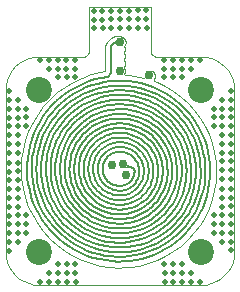
<source format=gbr>
G04 EAGLE Gerber RS-274X export*
G75*
%MOMM*%
%FSLAX34Y34*%
%LPD*%
%INCopper Layer 14*%
%IPPOS*%
%AMOC8*
5,1,8,0,0,1.08239X$1,22.5*%
G01*
%ADD10C,2.199994*%
%ADD11C,0.500000*%
%ADD12C,0.000000*%
%ADD13C,0.200000*%
%ADD14C,0.152400*%
%ADD15C,0.756400*%


D10*
X137128Y137128D03*
X137128Y0D03*
X0Y0D03*
X0Y137128D03*
D11*
X53858Y189187D03*
X46406Y189128D03*
X61310Y189247D03*
X61191Y204151D03*
X61251Y196699D03*
X46287Y204032D03*
X46346Y196580D03*
X53798Y196639D03*
X53739Y204092D03*
X68762Y189307D03*
X68702Y196759D03*
X76155Y196818D03*
X76214Y189366D03*
X76095Y204270D03*
X68643Y204211D03*
X83666Y189426D03*
X83607Y196878D03*
X91059Y196938D03*
X91118Y189486D03*
X90999Y204390D03*
X83547Y204330D03*
X113622Y162586D03*
X106172Y162586D03*
X106234Y155194D03*
X106295Y147801D03*
X113745Y147801D03*
X121195Y147801D03*
X113684Y155194D03*
X121072Y162586D03*
X121134Y155194D03*
X128584Y155194D03*
X128522Y162586D03*
X135972Y162586D03*
X15932Y147801D03*
X908Y162586D03*
X8420Y155194D03*
X23381Y147801D03*
X30832Y147801D03*
X23320Y155194D03*
X15870Y155194D03*
X15808Y162586D03*
X8358Y162586D03*
X23258Y162586D03*
X30708Y162586D03*
X30770Y155194D03*
X-10672Y15932D03*
X-25457Y908D03*
X-18065Y8420D03*
X-10672Y23381D03*
X-10672Y30832D03*
X-18065Y23320D03*
X-18065Y15870D03*
X-25457Y15808D03*
X-25457Y8358D03*
X-25457Y23258D03*
X-25457Y30708D03*
X-18065Y30770D03*
X-18065Y38220D03*
X-25457Y38158D03*
X-25457Y45608D03*
X-18065Y45670D03*
X-18065Y53120D03*
X-25457Y53058D03*
X-25457Y60508D03*
X-18065Y60570D03*
X-18065Y68020D03*
X-25457Y67958D03*
X-25457Y75408D03*
X-18065Y75470D03*
X-25457Y135972D03*
X-25457Y128522D03*
X-18065Y128584D03*
X-18065Y121134D03*
X-25457Y121072D03*
X-18065Y113684D03*
X-10672Y121195D03*
X-10672Y113745D03*
X-10672Y106295D03*
X-18065Y106234D03*
X-25457Y106172D03*
X-25457Y98722D03*
X-18065Y98784D03*
X-18065Y91334D03*
X-25457Y91272D03*
X-25457Y83822D03*
X-18065Y83884D03*
X-25457Y113622D03*
X147801Y121195D03*
X162586Y136219D03*
X155194Y128707D03*
X147801Y113745D03*
X147801Y106295D03*
X155194Y113807D03*
X155194Y121257D03*
X162586Y121319D03*
X162586Y128769D03*
X162586Y113869D03*
X162586Y106419D03*
X155194Y106357D03*
X155194Y98907D03*
X162586Y98969D03*
X162586Y91519D03*
X155194Y91457D03*
X155194Y84007D03*
X162586Y84069D03*
X162586Y76619D03*
X155194Y76557D03*
X155194Y69107D03*
X162586Y69169D03*
X162586Y61719D03*
X155194Y61657D03*
X162586Y1155D03*
X162586Y8605D03*
X155194Y8543D03*
X155194Y15993D03*
X162586Y16055D03*
X155194Y23443D03*
X147801Y15932D03*
X147801Y23381D03*
X147801Y30832D03*
X155194Y30893D03*
X162586Y30955D03*
X162586Y38405D03*
X155194Y38343D03*
X155194Y45793D03*
X162586Y45855D03*
X162586Y53305D03*
X155194Y53243D03*
X162586Y23505D03*
X23505Y-25457D03*
X30955Y-25457D03*
X30893Y-18065D03*
X30832Y-10672D03*
X23381Y-10672D03*
X15932Y-10672D03*
X23443Y-18065D03*
X16055Y-25457D03*
X15993Y-18065D03*
X8543Y-18065D03*
X8605Y-25457D03*
X1155Y-25457D03*
X106357Y-18065D03*
X106419Y-25457D03*
X113869Y-25457D03*
X128769Y-25457D03*
X121319Y-25457D03*
X121257Y-18065D03*
X113807Y-18065D03*
X106295Y-10672D03*
X113745Y-10672D03*
X128707Y-18065D03*
X136219Y-25457D03*
X121195Y-10672D03*
D12*
X95258Y167785D02*
X94944Y169365D01*
X95258Y167785D02*
X96153Y166445D01*
X97493Y165550D01*
X99073Y165236D01*
X137128Y165236D01*
X137269Y165264D01*
X141531Y164928D01*
X145826Y163897D01*
X149906Y162207D01*
X153672Y159899D01*
X157031Y157031D01*
X159899Y153672D01*
X162207Y149906D01*
X163897Y145826D01*
X164928Y141531D01*
X165264Y137269D01*
X165236Y137128D01*
X165236Y0D01*
X165264Y-140D01*
X164928Y-4402D01*
X163897Y-8697D01*
X162207Y-12778D01*
X159899Y-16543D01*
X157031Y-19902D01*
X153672Y-22770D01*
X149906Y-25078D01*
X145826Y-26768D01*
X141531Y-27800D01*
X137269Y-28135D01*
X137128Y-28107D01*
X0Y-28107D01*
X-140Y-28135D01*
X-4402Y-27800D01*
X-8697Y-26768D01*
X-12778Y-25078D01*
X-16543Y-22770D01*
X-19902Y-19902D01*
X-22770Y-16543D01*
X-25078Y-12778D01*
X-26768Y-8697D01*
X-27800Y-4402D01*
X-28135Y-140D01*
X-28107Y0D01*
X-28107Y137128D01*
X-28135Y137269D01*
X-27800Y141531D01*
X-26768Y145826D01*
X-25078Y149906D01*
X-22770Y153672D01*
X-19902Y157031D01*
X-16543Y159899D01*
X-12778Y162207D01*
X-8697Y163897D01*
X-4402Y164928D01*
X-140Y165264D01*
X0Y165236D01*
X38054Y165236D01*
X39634Y165550D01*
X40974Y166445D01*
X41869Y167785D01*
X42183Y169365D01*
X42183Y207250D01*
X94944Y207250D01*
X94944Y169365D01*
X68563Y182533D02*
X64273Y182533D01*
X62322Y182145D01*
X60668Y181040D01*
X57595Y177967D01*
X56490Y176313D01*
X56102Y174362D01*
X56102Y153239D01*
X55668Y152805D01*
X52044Y152268D01*
X44085Y150274D01*
X36361Y147510D01*
X28944Y144003D01*
X21907Y139785D01*
X15318Y134898D01*
X9239Y129388D01*
X3729Y123309D01*
X-1156Y116719D01*
X-5374Y109683D01*
X-8882Y102266D01*
X-11645Y94541D01*
X-13639Y86583D01*
X91412Y152816D02*
X93066Y153501D01*
X89461Y149896D02*
X89461Y148336D01*
X88544Y147255D01*
X84352Y148305D01*
X76431Y149480D01*
X72378Y150886D02*
X73063Y152540D01*
X73063Y154331D01*
X71927Y162435D02*
X72378Y162886D01*
X71927Y168435D02*
X72378Y168886D01*
X73063Y170540D01*
X73063Y172331D01*
X72378Y173984D01*
X72314Y174049D01*
X73273Y175484D01*
X73661Y177435D01*
X73273Y179386D01*
X72168Y181040D01*
X70514Y182145D01*
X68563Y182533D01*
X66626Y175828D02*
X66778Y175685D01*
X66626Y175828D02*
X66463Y175955D01*
X66289Y176068D01*
X66104Y176165D01*
X65909Y176248D01*
X65703Y176315D01*
X65486Y176368D01*
X65259Y176405D01*
X65021Y176428D01*
X64772Y176435D01*
X64772Y178435D01*
X65021Y178443D01*
X65259Y178465D01*
X65486Y178503D01*
X65703Y178555D01*
X65909Y178623D01*
X66104Y178705D01*
X66289Y178803D01*
X66463Y178915D02*
X66626Y179043D01*
X66778Y179185D01*
X66778Y175685D01*
D13*
X80902Y68947D02*
X80924Y68735D01*
X80902Y68947D02*
X80865Y69155D01*
X80814Y69361D01*
X80748Y69563D01*
X80669Y69760D01*
X80575Y69951D01*
X80469Y70134D01*
X80351Y70310D01*
X80220Y70477D01*
X80078Y70635D01*
X79925Y70782D01*
X79763Y70919D01*
X79591Y71044D01*
X79411Y71156D01*
X79224Y71256D01*
X79030Y71342D01*
X78831Y71415D01*
X78627Y71473D01*
X78419Y71517D01*
X78209Y71547D01*
X77998Y71561D01*
X77890Y71563D01*
X70241Y51874D02*
X69092Y51788D01*
X70241Y51874D02*
X71381Y52041D01*
X72506Y52286D01*
X73611Y52609D01*
X74692Y53008D01*
X75741Y53482D01*
X76756Y54028D01*
X77729Y54643D01*
X78657Y55325D01*
X79536Y56069D01*
X80360Y56873D01*
X81127Y57733D01*
X81831Y58644D01*
X82470Y59602D01*
X84887Y69509D02*
X84761Y70654D01*
X84555Y71787D01*
X84271Y72903D01*
X83910Y73997D01*
X83473Y75063D01*
X82963Y76095D01*
X82382Y77090D01*
X81733Y78041D01*
X81020Y78945D01*
X80245Y79797D01*
X79412Y80593D01*
X78526Y81329D01*
X77591Y82001D01*
X76611Y82606D01*
X75592Y83142D01*
X74537Y83605D01*
X73453Y83993D01*
X72344Y84305D01*
X71217Y84539D01*
X70075Y84694D01*
X68926Y84768D01*
X67775Y84762D01*
X66328Y88663D02*
X65050Y88477D01*
X60161Y86861D02*
X59024Y86249D01*
X57932Y85559D01*
X56891Y84795D01*
X55906Y83960D01*
X54982Y83058D01*
X54123Y82094D01*
X53333Y81072D01*
X52616Y79998D01*
X51976Y78877D01*
X51416Y77713D01*
X54243Y58312D02*
X55112Y57356D01*
X56045Y56464D01*
X57039Y55639D01*
X58087Y54885D01*
X59186Y54207D02*
X60329Y53606D01*
X61511Y53087D02*
X62727Y52651D01*
X63970Y52302D01*
X65234Y52040D01*
X66513Y51866D01*
X67802Y51783D01*
X69092Y51788D01*
X76812Y-7763D02*
X82096Y-6993D01*
X87313Y-5857D01*
X92438Y-4359D01*
X97447Y-2508D01*
X102314Y-312D01*
X107016Y2217D01*
X111530Y5070D01*
X115834Y8230D01*
X119907Y11683D01*
X123729Y15411D01*
X127282Y19397D01*
X130548Y23622D01*
X133512Y28063D01*
X86327Y-1980D02*
X81382Y-3057D01*
X86327Y-1980D02*
X91184Y-561D01*
X95930Y1192D01*
X100543Y3274D01*
X104999Y5672D01*
X109277Y8375D01*
X113356Y11370D01*
X117216Y14642D01*
X120838Y18176D01*
X124206Y21954D01*
X127301Y25957D01*
X130109Y30166D01*
X132617Y34562D01*
X134813Y39121D01*
X136685Y43822D01*
X138225Y48643D01*
X139424Y53559D01*
X140278Y58547D01*
X140781Y63582D01*
X140932Y68640D01*
X140730Y73697D01*
X140176Y78727D01*
X139272Y83706D01*
X138023Y88610D01*
X136435Y93415D01*
X134516Y98097D01*
X132275Y102634D01*
X129722Y107004D01*
X126872Y111184D01*
X123736Y115156D01*
X120331Y118900D01*
X116673Y122397D01*
X112781Y125630D01*
X108672Y128584D01*
X104367Y131244D01*
X99887Y133597D01*
X95254Y135632D01*
X90490Y137339D01*
X85618Y138709D01*
X80663Y139736D01*
X75649Y140415D01*
X70599Y140743D01*
X65539Y140717D01*
X58184Y148112D02*
X52779Y147213D01*
X47450Y145940D01*
X42223Y144297D02*
X37123Y142294D01*
X32175Y139940D01*
X27404Y137247D01*
X22832Y134227D01*
X18481Y130896D01*
X14374Y127269D01*
X10530Y123365D01*
X6967Y119202D01*
X3703Y114801D01*
X755Y110183D01*
X-1863Y105370D01*
X-4140Y100386D01*
X-7Y31686D02*
X2850Y27011D01*
X6027Y22547D01*
X9508Y18316D01*
X13276Y14338D01*
X17312Y10632D01*
X36832Y124243D02*
X40673Y126310D01*
X36832Y124243D02*
X33144Y121913D01*
X29628Y119331D01*
X26300Y116510D01*
X15185Y103128D02*
X13023Y99339D01*
X11130Y95408D01*
X9516Y91355D01*
X8189Y87199D01*
X7155Y82961D01*
X6419Y78662D01*
X5985Y74321D01*
X5854Y69960D01*
X6028Y65601D01*
X6506Y61265D01*
X7285Y56973D01*
X8362Y52745D01*
X9731Y48603D01*
X11385Y44567D01*
X13317Y40656D01*
X15518Y36889D01*
X17975Y33284D01*
X20678Y29860D01*
X23613Y26633D01*
X26767Y23618D01*
X30123Y20831D01*
X33665Y18285D01*
X37376Y15992D01*
X41238Y13963D01*
X45232Y12209D01*
X49339Y10737D01*
X53538Y9556D01*
X57810Y8670D01*
X62133Y8085D01*
X66486Y7802D01*
X70848Y7824D01*
X70849Y7823D01*
X71168Y-168D02*
X75936Y188D01*
X80667Y877D01*
X85339Y1895D01*
X89928Y3236D02*
X94413Y4894D01*
X98771Y6860D01*
X102981Y9126D01*
X107023Y11680D01*
X110877Y14510D01*
X114524Y17601D01*
X117947Y20940D01*
X121128Y24509D01*
X124053Y28292D01*
X126706Y32269D01*
X129076Y36422D01*
X131150Y40729D01*
X132919Y45171D01*
X134374Y49726D01*
X135507Y54371D01*
X136313Y59083D01*
X136789Y63841D01*
X136932Y68620D01*
X136741Y73397D01*
X136217Y78150D01*
X135364Y82854D01*
X134184Y87488D01*
X132683Y92027D01*
X130870Y96451D01*
X128752Y100738D01*
X126341Y104866D01*
X123647Y108817D01*
X120685Y112570D02*
X117468Y116106D01*
X114012Y119410D01*
X110334Y122465D01*
X106452Y125256D01*
X102384Y127769D01*
X98151Y129993D01*
X93774Y131915D01*
X89273Y133528D01*
X84670Y134823D01*
X79989Y135793D01*
X75251Y136435D01*
X70479Y136744D01*
X65698Y136720D01*
X74184Y16091D02*
X70529Y15817D01*
X74184Y16091D02*
X77810Y16619D01*
X81390Y17400D01*
X84908Y18427D01*
X88345Y19698D01*
X91685Y21205D01*
X94912Y22942D01*
X98009Y24899D01*
X100963Y27068D01*
X103758Y29438D01*
X106382Y31996D01*
X108820Y34732D01*
X111061Y37631D01*
X113095Y40679D01*
X114911Y43861D01*
X116501Y47163D01*
X117857Y50568D01*
X118972Y54058D01*
X119840Y57618D01*
X120458Y61230D01*
X120823Y64876D01*
X120932Y68539D01*
X120786Y72201D01*
X120385Y75843D01*
X119731Y79449D01*
X118826Y83000D01*
X117676Y86479D01*
X116286Y89870D01*
X114663Y93155D01*
X112815Y96320D02*
X110751Y99347D01*
X108480Y102223D02*
X106015Y104934D01*
X103366Y107466D01*
X100547Y109808D01*
X97572Y111947D01*
X94454Y113873D01*
X91210Y115577D01*
X87855Y117051D01*
X84405Y118287D01*
X80878Y119279D01*
X77290Y120023D01*
X73658Y120515D01*
X70002Y120752D01*
X66337Y120733D01*
X75060Y8139D02*
X70849Y7823D01*
X75060Y8139D02*
X79239Y8748D01*
X83365Y9646D01*
X87419Y10831D01*
X91380Y12295D01*
X109142Y23519D02*
X112165Y26468D01*
X114975Y29620D01*
X121995Y40141D02*
X123827Y43946D01*
X125389Y47869D01*
X126674Y51891D01*
X127675Y55994D01*
X128387Y60156D01*
X128808Y64358D01*
X128934Y68579D01*
X128765Y72799D01*
X128303Y76996D01*
X127549Y81151D01*
X126506Y85243D01*
X125181Y89253D01*
X123580Y93160D01*
X114584Y107396D02*
X111743Y110520D01*
X108691Y113438D01*
X105442Y116137D01*
X102013Y118601D01*
X98421Y120821D01*
X94683Y122785D01*
X90816Y124483D01*
X86841Y125908D01*
X82776Y127051D01*
X78641Y127909D01*
X74456Y128475D01*
X70242Y128749D01*
X66019Y128727D01*
X66018Y128727D01*
X71994Y35971D02*
X69731Y35801D01*
X71994Y35971D02*
X74238Y36298D01*
X76455Y36781D01*
X78632Y37417D01*
X80760Y38204D01*
X96081Y51192D02*
X97206Y53162D01*
X98190Y55206D01*
X99029Y57314D01*
X99719Y59475D01*
X100257Y61679D01*
X100639Y63915D01*
X100865Y66172D01*
X100933Y68439D01*
X100842Y70706D01*
X100594Y72961D01*
X100189Y75193D01*
X99629Y77391D01*
X98917Y79545D01*
X93224Y89291D02*
X91698Y90969D01*
X90058Y92537D01*
X88313Y93986D01*
X86471Y95310D01*
X84541Y96503D01*
X82533Y97558D01*
X80456Y98470D01*
X78320Y99235D01*
X76137Y99849D01*
X73916Y100310D01*
X71668Y100614D01*
X69404Y100761D01*
X67136Y100749D01*
X71555Y39947D02*
X69571Y39798D01*
X71555Y39947D02*
X73524Y40234D01*
X75467Y40657D01*
X77377Y41215D01*
X79242Y41905D01*
X93664Y55023D02*
X94527Y56815D01*
X95263Y58663D01*
X95868Y60558D01*
X96340Y62490D01*
X96675Y64451D01*
X96873Y66430D01*
X96933Y68419D01*
X96853Y70407D01*
X96635Y72384D01*
X96280Y74341D01*
X95789Y76269D01*
X95165Y78158D01*
X94411Y79998D01*
X93529Y81782D01*
X80798Y93953D02*
X78976Y94753D01*
X77104Y95424D01*
X75189Y95963D01*
X73241Y96367D01*
X71270Y96634D01*
X69285Y96762D01*
X67295Y96752D01*
X73308Y24044D02*
X70210Y23811D01*
X73308Y24044D02*
X76381Y24491D01*
X79416Y25153D01*
X82398Y26024D01*
X85311Y27101D01*
X107830Y47583D02*
X109177Y50381D01*
X110326Y53267D01*
X111271Y56226D01*
X112007Y59243D01*
X112531Y62305D01*
X112841Y65396D01*
X112809Y71604D02*
X112469Y74692D01*
X111914Y77748D01*
X111148Y80758D01*
X110173Y83707D01*
X108995Y86581D01*
X107619Y89366D01*
X106053Y92048D01*
X104303Y94614D01*
X102378Y97052D02*
X100288Y99350D01*
X98043Y101496D01*
X95654Y103481D01*
X93132Y105294D01*
X90489Y106926D01*
X87739Y108371D01*
X84895Y109620D01*
X81971Y110668D01*
X72869Y28019D02*
X70050Y27807D01*
X72869Y28019D02*
X75667Y28426D01*
X78429Y29028D01*
X104288Y49442D02*
X105515Y51989D01*
X107420Y57308D02*
X108090Y60054D01*
X108567Y62841D01*
X108849Y65653D01*
X108933Y68479D01*
X108820Y71304D01*
X108511Y74114D01*
X108006Y76895D01*
X107308Y79634D01*
X106421Y82319D01*
X105349Y84934D01*
X104097Y87469D01*
X102671Y89910D01*
X101079Y92245D01*
X99327Y94464D02*
X97425Y96555D01*
X95382Y98509D02*
X93207Y100315D01*
X90912Y101965D01*
X88507Y103451D01*
X86004Y104766D01*
X83416Y105903D01*
X80755Y106856D01*
X72464Y108575D02*
X69643Y108757D01*
X66816Y108743D01*
X77442Y32904D02*
X74953Y32362D01*
X77442Y32904D02*
X79888Y33619D01*
X82277Y34502D01*
X84600Y35550D01*
X86843Y36757D01*
X88997Y38118D01*
X91050Y39626D01*
X92994Y41273D01*
X94817Y43053D01*
X96513Y44954D01*
X98071Y46970D01*
X99485Y49089D01*
X100748Y51302D01*
X101853Y53597D01*
X102796Y55964D01*
X94563Y93762D02*
X92721Y95523D01*
X90761Y97150D01*
X88693Y98637D01*
X86525Y99977D01*
X84270Y101161D01*
X66766Y84687D02*
X65765Y84541D01*
X64776Y84325D01*
X63804Y84041D01*
X62855Y83691D01*
X61933Y83274D01*
X61042Y82795D01*
X60186Y82254D01*
X59370Y81655D01*
X58598Y81001D01*
X57874Y80294D01*
X57200Y79538D01*
X56581Y78738D01*
X56019Y77896D01*
X55518Y77017D01*
X55079Y76105D01*
X54704Y75165D02*
X54397Y74201D01*
X54157Y73218D01*
X53986Y72220D01*
X54437Y66208D02*
X54754Y65247D01*
X55138Y64310D01*
X57294Y60898D02*
X57975Y60150D01*
X58707Y59450D01*
X59485Y58804D01*
X60307Y58213D01*
X61168Y57681D02*
X62064Y57210D01*
X62990Y56804D01*
X63943Y56462D01*
X64918Y56188D01*
X65908Y55983D01*
X66911Y55847D01*
X67921Y55781D01*
X68932Y55785D01*
X65889Y92639D02*
X67455Y92756D01*
X65889Y92639D02*
X64335Y92413D01*
X62801Y92078D01*
X61293Y91638D01*
X59820Y91093D01*
X58389Y90447D01*
X57006Y89703D01*
X55678Y88864D01*
X54412Y87935D01*
X53214Y86919D01*
X52090Y85823D02*
X51045Y84650D01*
X50084Y83408D01*
X49213Y82102D01*
X48435Y80738D01*
X47753Y79323D01*
X47172Y77864D01*
X46694Y76368D01*
X46322Y74842D01*
X46057Y73294D01*
X45901Y71731D01*
X45854Y70161D01*
X45916Y68592D01*
X46088Y67031D01*
X46369Y65486D01*
X46756Y63964D01*
X47249Y62473D01*
X47845Y61020D01*
X48540Y59612D01*
X49332Y58256D01*
X50217Y56958D01*
X52247Y54564D02*
X53382Y53478D01*
X54590Y52475D01*
X55865Y51558D01*
X61508Y48841D02*
X63020Y48416D01*
X64557Y48097D01*
X66114Y47886D01*
X67681Y47785D01*
X69251Y47792D01*
X63620Y96348D02*
X65451Y96614D01*
X63620Y96348D02*
X61813Y95954D01*
X60038Y95435D01*
X58303Y94794D01*
X56617Y94033D01*
X54988Y93156D01*
X53424Y92168D01*
X51933Y91073D01*
X50523Y89877D01*
X49199Y88586D01*
X47968Y87205D01*
X46836Y85742D01*
X45810Y84203D01*
X44893Y82597D01*
X44090Y80930D01*
X43406Y79212D01*
X42843Y77450D01*
X42405Y75653D01*
X42093Y73829D01*
X41909Y71989D01*
X41854Y70140D01*
X41928Y68292D01*
X42130Y66453D01*
X42460Y64633D01*
X42917Y62841D01*
X43497Y61085D01*
X44199Y59373D01*
X45018Y57715D01*
X45951Y56117D01*
X46993Y54589D01*
X48139Y53138D02*
X49384Y51769D01*
X50721Y50491D01*
X52143Y49309D01*
X53645Y48230D01*
X55219Y47257D01*
X56856Y46397D01*
X58550Y45653D01*
X60291Y45029D01*
X62072Y44528D01*
X63883Y44153D01*
X65716Y43905D01*
X67562Y43785D01*
X69411Y43794D01*
X65013Y100590D02*
X67136Y100749D01*
X65013Y100590D02*
X62907Y100283D01*
X60827Y99830D01*
X58783Y99233D01*
X56787Y98495D01*
X54846Y97619D01*
X52971Y96610D01*
X51172Y95473D01*
X49456Y94213D01*
X47832Y92837D01*
X46308Y91350D01*
X44891Y89761D01*
X43589Y88077D01*
X42408Y86306D01*
X41352Y84457D01*
X40429Y82538D01*
X39641Y80561D01*
X38994Y78532D01*
X38489Y76464D01*
X38130Y74366D01*
X37918Y72248D01*
X37854Y70120D01*
X37939Y67993D01*
X38173Y65876D01*
X38553Y63782D01*
X39078Y61719D01*
X39746Y59697D01*
X40554Y57728D01*
X41497Y55819D01*
X42570Y53981D01*
X43770Y52222D01*
X45089Y50551D02*
X46521Y48976D01*
X48060Y47505D01*
X49698Y46144D01*
X51426Y44902D01*
X53237Y43783D01*
X55122Y42793D01*
X57071Y41937D01*
X59076Y41219D01*
X61125Y40642D01*
X63209Y40210D01*
X65319Y39924D01*
X67444Y39787D01*
X69571Y39798D01*
X64575Y104566D02*
X66976Y104746D01*
X64575Y104566D02*
X62192Y104219D01*
X59839Y103707D01*
X57528Y103032D01*
X55269Y102196D01*
X53074Y101206D01*
X50954Y100065D01*
X48918Y98779D01*
X46977Y97353D01*
X45140Y95796D01*
X43416Y94115D01*
X41814Y92317D01*
X40341Y90412D01*
X39005Y88409D01*
X37811Y86318D01*
X36767Y84148D01*
X34166Y74904D02*
X33926Y72508D01*
X33854Y70101D01*
X33950Y67695D01*
X34214Y65302D01*
X34644Y62932D01*
X35238Y60599D01*
X35994Y58312D01*
X36907Y56084D01*
X37974Y53925D01*
X39188Y51846D01*
X40545Y49856D01*
X42037Y47966D01*
X43657Y46185D02*
X45398Y44521D01*
X47250Y42982D01*
X49205Y41577D01*
X51254Y40311D01*
X53385Y39191D01*
X55590Y38222D01*
X57857Y37410D01*
X60175Y36758D01*
X62533Y36269D01*
X64919Y35946D02*
X67322Y35790D01*
X69730Y35802D01*
X69731Y35801D01*
X64137Y108542D02*
X66816Y108743D01*
X64137Y108542D02*
X61477Y108155D01*
X58852Y107583D01*
X56272Y106830D01*
X53752Y105898D01*
X51302Y104792D01*
X48936Y103519D01*
X46664Y102083D01*
X44499Y100493D01*
X42448Y98755D01*
X40525Y96879D01*
X38737Y94873D01*
X37093Y92747D01*
X35602Y90512D01*
X34270Y88178D01*
X33104Y85757D01*
X32110Y83260D01*
X31292Y80700D01*
X30655Y78090D01*
X29854Y70081D02*
X29961Y67396D01*
X30256Y64725D01*
X30736Y62081D01*
X31399Y59477D01*
X32242Y56925D01*
X33261Y54439D01*
X34452Y52029D01*
X35807Y49709D01*
X37320Y47489D01*
X38986Y45379D02*
X40794Y43391D01*
X42736Y41534D01*
X44803Y39818D01*
X46985Y38249D01*
X49271Y36836D01*
X51650Y35587D01*
X54111Y34506D01*
X56640Y33600D01*
X59227Y32872D01*
X61859Y32326D01*
X64522Y31966D01*
X67203Y31792D01*
X69890Y31805D01*
X69891Y31804D01*
X63699Y112517D02*
X66657Y112739D01*
X63699Y112517D02*
X60764Y112090D01*
X57865Y111459D01*
X55018Y110627D01*
X52235Y109598D01*
X49532Y108378D01*
X46919Y106972D01*
X44412Y105387D01*
X42020Y103632D01*
X39758Y101713D01*
X37634Y99642D01*
X35661Y97428D01*
X33846Y95081D01*
X32200Y92613D01*
X30729Y90037D01*
X29442Y87364D01*
X28345Y84608D02*
X27442Y81782D01*
X26739Y78900D01*
X26239Y75976D01*
X25944Y73025D01*
X25974Y67095D02*
X26298Y64147D01*
X26828Y61228D01*
X27560Y58353D01*
X28491Y55537D01*
X29616Y52792D01*
X30930Y50132D01*
X32426Y47571D01*
X34097Y45120D02*
X35935Y42791D01*
X37932Y40597D01*
X40076Y38547D01*
X42358Y36652D02*
X44766Y34920D01*
X47290Y33361D01*
X52632Y30789D02*
X55425Y29788D01*
X58280Y28985D01*
X61185Y28382D01*
X64125Y27984D01*
X67085Y27792D01*
X70050Y27807D01*
X63261Y116494D02*
X66497Y116736D01*
X63261Y116494D02*
X60049Y116026D01*
X56878Y115335D01*
X53762Y114425D01*
X50718Y113299D01*
X47760Y111964D01*
X44902Y110426D01*
X42158Y108692D01*
X39542Y106771D01*
X37066Y104672D01*
X34743Y102406D01*
X32583Y99983D01*
X30598Y97416D01*
X28796Y94716D01*
X27188Y91897D01*
X25780Y88972D01*
X24579Y85957D01*
X23592Y82865D01*
X22822Y79712D01*
X22275Y76513D01*
X21952Y73283D01*
X21855Y70039D01*
X21984Y66796D01*
X22340Y63570D01*
X22920Y60376D01*
X23721Y57231D01*
X24739Y54150D01*
X25970Y51146D01*
X27408Y48236D02*
X29045Y45434D01*
X30873Y42752D01*
X32884Y40205D02*
X35068Y37804D01*
X37414Y35561D01*
X39911Y33487D02*
X42547Y31593D01*
X45308Y29886D01*
X48181Y28377D01*
X57332Y25099D02*
X60511Y24440D01*
X63727Y24004D01*
X66966Y23794D01*
X70210Y23811D01*
X61947Y128422D02*
X66018Y128727D01*
X61947Y128422D02*
X57906Y127833D01*
X53916Y126964D01*
X49997Y125819D01*
X46167Y124403D01*
X42445Y122724D01*
X38850Y120789D01*
X35398Y118607D01*
X32107Y116191D01*
X28992Y113550D01*
X26069Y110699D01*
X23352Y107651D01*
X20855Y104421D01*
X18588Y101024D01*
X16565Y97478D01*
X14793Y93799D01*
X13283Y90005D01*
X12040Y86116D01*
X11073Y82149D01*
X10384Y78124D01*
X9977Y74061D01*
X9855Y69980D01*
X10019Y65900D01*
X10466Y61841D01*
X11195Y57824D01*
X12203Y53867D01*
X15033Y46211D02*
X16841Y42551D01*
X18901Y39025D01*
X21201Y35651D01*
X23731Y32446D01*
X26478Y29426D02*
X29430Y26604D01*
X32571Y23995D01*
X35886Y21612D01*
X39360Y19466D01*
X54488Y13442D02*
X58486Y12613D01*
X62533Y12065D01*
X66607Y11801D01*
X70689Y11820D01*
X62384Y124446D02*
X66177Y124730D01*
X62384Y124446D02*
X58620Y123898D01*
X54903Y123088D01*
X51251Y122021D01*
X47683Y120702D01*
X44216Y119137D01*
X40866Y117335D01*
X18454Y92190D02*
X17046Y88656D01*
X15889Y85032D01*
X14988Y81336D01*
X14346Y77587D01*
X13967Y73801D01*
X13854Y69999D01*
X14006Y66198D01*
X14422Y62417D01*
X15102Y58674D01*
X16040Y54988D01*
X17234Y51376D01*
X18677Y47856D01*
X20362Y44445D01*
X22280Y41160D01*
X24423Y38017D01*
X26780Y35032D01*
X29340Y32217D01*
X32090Y29589D02*
X35016Y27158D01*
X38105Y24938D01*
X41341Y22938D01*
X44709Y21169D01*
X48192Y19639D01*
X51773Y18356D01*
X55435Y17326D01*
X59160Y16554D01*
X62929Y16043D01*
X66725Y15797D01*
X70529Y15816D01*
X70529Y15817D01*
X62822Y120470D02*
X66337Y120733D01*
X62822Y120470D02*
X59334Y119962D01*
X55890Y119212D01*
X52507Y118223D01*
X49201Y117001D01*
X42884Y113880D02*
X39904Y111997D01*
X37063Y109911D01*
X34374Y107632D01*
X31851Y105171D01*
X29505Y102540D01*
X27349Y99751D01*
X25393Y96819D01*
X23646Y93758D01*
X22117Y90581D01*
X20813Y87307D01*
X19740Y83949D01*
X18904Y80525D01*
X18310Y77050D01*
X17959Y73543D01*
X17854Y70020D01*
X17994Y66497D01*
X18380Y62994D01*
X19010Y59526D01*
X19880Y56110D01*
X20986Y52763D01*
X22323Y49502D01*
X23884Y46341D01*
X25662Y43297D01*
X27647Y40385D01*
X29832Y37618D01*
X32203Y35011D01*
X34751Y32575D02*
X37463Y30323D01*
X40325Y28265D01*
X43323Y26412D01*
X46444Y24773D01*
X49671Y23356D01*
X52989Y22167D01*
X56383Y21212D01*
X59834Y20497D01*
X63327Y20024D01*
X66844Y19796D01*
X70369Y19813D01*
X70370Y19814D01*
X60194Y144326D02*
X65379Y144714D01*
X60194Y144326D02*
X55048Y143576D01*
X49967Y142469D01*
X44976Y141011D01*
X40098Y139208D01*
X35359Y137069D01*
X30779Y134605D01*
X26383Y131827D01*
X22192Y128749D01*
X18226Y125387D01*
X14503Y121756D01*
X11043Y117874D01*
X7862Y113760D01*
X4976Y109435D01*
X2399Y104918D01*
X143Y100233D01*
X-1780Y95402D01*
X-3362Y90448D01*
X-4595Y85397D01*
X-5472Y80271D01*
X-5989Y75097D01*
X-6145Y69899D01*
X-5937Y64703D01*
X-5368Y59535D01*
X-4439Y54418D01*
X-3156Y49379D01*
X-1524Y44441D01*
X447Y39630D01*
X2750Y34968D01*
X5373Y30477D01*
X8302Y26181D01*
X11524Y22099D01*
X27004Y8301D02*
X31428Y5568D01*
X36031Y3150D01*
X40792Y1058D01*
X45688Y-694D01*
X50693Y-2102D01*
X55785Y-3158D01*
X60938Y-3856D01*
X66127Y-4193D01*
X71327Y-4166D01*
X71328Y-4165D01*
X60632Y140349D02*
X65539Y140717D01*
X60632Y140349D02*
X55763Y139640D01*
X50955Y138593D01*
X46231Y137213D01*
X41616Y135506D01*
X37130Y133482D01*
X32798Y131150D01*
X28637Y128521D01*
X24671Y125609D01*
X20917Y122427D01*
X17395Y118991D01*
X14121Y115318D01*
X11111Y111425D01*
X8379Y107332D01*
X5941Y103057D01*
X3806Y98624D01*
X1985Y94052D01*
X488Y89365D01*
X-677Y84584D01*
X-1507Y79734D01*
X-1997Y74837D01*
X-2144Y69919D01*
X-1947Y65002D01*
X-1408Y60110D01*
X-529Y55269D01*
X684Y50500D01*
X2228Y45828D01*
X4094Y41275D01*
X6274Y36863D01*
X8756Y32614D01*
X11528Y28548D01*
X14577Y24686D02*
X17888Y21045D01*
X21445Y17645D01*
X25230Y14501D01*
X29226Y11628D01*
X33412Y9042D01*
X37769Y6753D01*
X42274Y4775D01*
X46906Y3115D01*
X51643Y1782D01*
X56462Y784D01*
X61338Y123D01*
X66249Y-194D01*
X71168Y-168D01*
X61070Y136373D02*
X65698Y136720D01*
X61070Y136373D02*
X56477Y135704D01*
X51941Y134716D01*
X47486Y133415D01*
X43132Y131805D01*
X38901Y129896D01*
X34814Y127696D01*
X30890Y125217D01*
X27149Y122470D01*
X23608Y119468D01*
X20285Y116227D01*
X17197Y112762D01*
X14358Y109090D01*
X11782Y105229D01*
X9481Y101198D01*
X7467Y97016D01*
X5750Y92703D01*
X4338Y88282D01*
X3238Y83772D01*
X2455Y79197D01*
X1993Y74578D01*
X1854Y69939D01*
X2040Y65301D01*
X2548Y60687D01*
X3377Y56120D01*
X4522Y51622D01*
X5979Y47215D01*
X7739Y42920D01*
X9795Y38759D01*
X12136Y34751D01*
X14751Y30916D01*
X17627Y27272D02*
X20750Y23839D01*
X24105Y20631D01*
X27676Y17665D01*
X31445Y14956D01*
X35393Y12516D01*
X39503Y10358D01*
X43753Y8491D01*
X48122Y6926D01*
X52590Y5669D01*
X57135Y4726D01*
X61735Y4104D01*
X66367Y3803D01*
X71008Y3826D01*
X69411Y43794D02*
X71117Y43922D01*
X72809Y44169D01*
X74480Y44533D01*
X76121Y45012D01*
X77725Y45605D01*
X79284Y46309D01*
X80790Y47119D01*
X82236Y48033D01*
X83614Y49045D01*
X84919Y50151D01*
X86143Y51345D01*
X87281Y52621D01*
X88327Y53974D01*
X89276Y55397D01*
X90124Y56882D01*
X90865Y58423D01*
X91498Y60011D01*
X92018Y61640D01*
X92424Y63302D01*
X92712Y64987D01*
X92882Y66689D01*
X92934Y68398D01*
X92865Y70107D01*
X92678Y71807D01*
X92373Y73490D01*
X91951Y75147D01*
X91414Y76770D01*
X90765Y78353D01*
X90008Y79886D01*
X89146Y81363D01*
X88182Y82776D01*
X87123Y84118D02*
X85972Y85383D01*
X84736Y86565D01*
X83420Y87657D01*
X82032Y88656D01*
X80577Y89555D01*
X79063Y90350D01*
X77497Y91038D01*
X75887Y91615D01*
X74241Y92078D01*
X72567Y92425D01*
X70872Y92654D01*
X69165Y92765D01*
X67455Y92756D01*
X70679Y47898D02*
X69252Y47791D01*
X70679Y47898D02*
X72095Y48105D01*
X73493Y48409D01*
X74867Y48810D01*
X76209Y49306D01*
X77513Y49895D01*
X78773Y50573D01*
X79983Y51337D01*
X81136Y52184D01*
X82228Y53110D01*
X83252Y54109D01*
X84204Y55177D01*
X85080Y56309D01*
X85874Y57499D01*
X86583Y58742D01*
X87204Y60031D01*
X87733Y61360D01*
X88168Y62724D01*
X88508Y64114D01*
X88749Y65524D01*
X88892Y66948D01*
X88935Y68378D01*
X88877Y69808D01*
X88721Y71230D01*
X88465Y72638D01*
X88112Y74024D01*
X87663Y75383D01*
X87120Y76707D01*
X86487Y77990D01*
X85765Y79226D01*
X84959Y80408D01*
X84072Y81531D02*
X83110Y82590D01*
X82075Y83578D01*
X80975Y84493D01*
X79813Y85328D01*
X78595Y86080D01*
X77329Y86746D01*
X76019Y87321D01*
X74672Y87804D01*
X73294Y88191D01*
X71893Y88482D01*
X70475Y88674D01*
X69047Y88767D01*
X67616Y88759D01*
X67615Y88759D01*
X69803Y55851D02*
X68932Y55785D01*
X69803Y55851D02*
X70666Y55976D01*
X71518Y56162D01*
X72356Y56407D01*
X73174Y56709D01*
X73969Y57068D01*
X74738Y57482D01*
X75475Y57948D01*
X76178Y58464D01*
X76844Y59028D01*
X77468Y59637D01*
X78049Y60289D01*
X78583Y60979D01*
X79067Y61705D01*
X79499Y62462D01*
X79878Y63249D01*
X80201Y64059D01*
X80466Y64890D01*
X80673Y65738D01*
X80820Y66598D01*
X80907Y67466D01*
X80933Y68338D01*
X80931Y68523D01*
X73746Y20068D02*
X70370Y19814D01*
X73746Y20068D02*
X77096Y20555D01*
X80404Y21276D01*
X83653Y22225D01*
X86828Y23399D01*
X89914Y24791D01*
X92895Y26396D02*
X95757Y28204D01*
X98485Y30207D01*
X101068Y32396D01*
X103491Y34760D01*
X105743Y37287D01*
X107814Y39965D01*
X109693Y42781D01*
X111371Y45722D01*
X112840Y48772D01*
X114092Y51917D01*
X115122Y55141D01*
X115924Y58430D01*
X116495Y61767D01*
X116832Y65135D01*
X116933Y68519D01*
X116798Y71902D01*
X116428Y75266D01*
X115823Y78597D01*
X114988Y81878D01*
X113925Y85092D01*
X112641Y88224D01*
X111142Y91259D01*
X109435Y94182D01*
X107528Y96979D01*
X105430Y99637D01*
X103152Y102141D01*
X100706Y104480D01*
X98101Y106643D01*
X95353Y108619D01*
X92473Y110399D01*
X89476Y111973D01*
X86377Y113334D01*
X83190Y114476D01*
X79931Y115393D01*
X76616Y116080D01*
X73262Y116534D01*
X69884Y116753D01*
X66498Y116736D01*
X66497Y116736D01*
X75498Y4163D02*
X71008Y3826D01*
X75498Y4163D02*
X79953Y4812D01*
X84352Y5770D01*
X88673Y7033D01*
X92896Y8594D01*
X97000Y10446D02*
X100964Y12579D01*
X104770Y14984D01*
X108399Y17649D01*
X111833Y20560D01*
X115056Y23703D01*
X118051Y27064D01*
X120805Y30626D01*
X123304Y34371D01*
X125535Y38281D01*
X127488Y42337D01*
X129154Y46520D01*
X130524Y50808D01*
X131591Y55182D01*
X132351Y59620D01*
X132799Y64099D01*
X132933Y68600D01*
X132753Y73098D01*
X132260Y77573D01*
X131456Y82003D01*
X130345Y86366D01*
X128932Y90640D01*
X127225Y94806D01*
X125231Y98842D01*
X122960Y102730D01*
X120424Y106450D01*
X117635Y109983D01*
X114605Y113314D01*
X111351Y116425D01*
X107888Y119301D01*
X104232Y121929D01*
X100402Y124296D01*
X96417Y126389D01*
X92295Y128200D01*
X88056Y129718D01*
X83723Y130938D01*
X79314Y131851D01*
X74853Y132455D01*
X70360Y132747D01*
X65858Y132724D01*
X74622Y12115D02*
X70689Y11820D01*
X74622Y12115D02*
X78524Y12684D01*
X82378Y13523D01*
X86163Y14629D01*
X89862Y15997D01*
X93457Y17619D02*
X96929Y19488D01*
X100263Y21594D01*
X103442Y23928D01*
X106450Y26478D01*
X109273Y29232D01*
X111897Y32176D01*
X114309Y35296D01*
X116498Y38577D01*
X118453Y42002D01*
X120164Y45555D01*
X121623Y49219D01*
X122822Y52976D01*
X123757Y56807D01*
X124422Y60694D01*
X124815Y64618D01*
X124933Y68560D01*
X124775Y72500D01*
X124343Y76420D01*
X123639Y80300D01*
X122666Y84122D01*
X121428Y87866D01*
X119932Y91515D01*
X118186Y95051D01*
X116197Y98457D01*
X113975Y101715D01*
X111532Y104810D01*
X108878Y107728D01*
X106027Y110453D01*
X99792Y115274D02*
X96437Y117348D01*
X92945Y119181D01*
X89335Y120767D01*
X85622Y122097D01*
X81826Y123165D01*
X77964Y123966D01*
X74056Y124495D01*
X70121Y124750D01*
X66177Y124730D01*
X74563Y71563D02*
X76200Y71563D01*
X77890Y71563D01*
D14*
X76200Y71563D02*
X70000Y76000D01*
D12*
X-13639Y86583D02*
X-14843Y78468D01*
X-15245Y70273D01*
X-14843Y62079D01*
X-13639Y53964D01*
X-11645Y46005D01*
X-8882Y38281D01*
X-5374Y30864D01*
X-1156Y23827D01*
X3729Y17238D01*
X9239Y11159D01*
X15318Y5649D01*
X21907Y762D01*
X28944Y-3454D01*
X36361Y-6962D01*
X44085Y-9725D01*
X52044Y-11719D01*
X60159Y-12923D01*
X68353Y-13325D01*
X71130Y-13189D01*
X71487Y-13260D01*
X71690Y-13220D01*
X72080Y-13142D01*
X76431Y-12928D01*
X84352Y-11753D01*
X92120Y-9808D01*
X99660Y-7110D01*
X106898Y-3686D01*
X113767Y429D01*
X120199Y5199D01*
X126132Y10576D01*
X131510Y16510D01*
X136280Y22941D01*
X140397Y29810D01*
X143820Y37049D01*
X146518Y44588D01*
X148464Y52356D01*
X149639Y60277D01*
X150032Y68275D01*
X149639Y76273D01*
X148464Y84194D01*
X146518Y91962D01*
X143820Y99501D01*
X140397Y106740D01*
X136280Y113609D01*
X131510Y120040D01*
X126132Y125974D01*
X120199Y131351D01*
X113767Y136122D01*
X106898Y140238D01*
X99660Y143662D01*
X97540Y144420D01*
X97211Y145887D01*
X97776Y146452D01*
X98461Y148106D01*
X98461Y149896D01*
X97776Y151550D01*
X96510Y152816D01*
X94856Y153501D01*
X93066Y153501D01*
X91412Y152816D02*
X90146Y151550D01*
X89461Y149896D01*
X76431Y149480D02*
X72793Y149659D01*
X72336Y150844D01*
X72378Y150886D01*
X73063Y154331D02*
X72378Y155984D01*
X71927Y156435D01*
X72378Y156886D01*
X73063Y158540D01*
X73063Y160330D01*
X72378Y161984D01*
X71927Y162435D01*
X72378Y162886D02*
X73063Y164540D01*
X73063Y166331D01*
X72378Y167984D01*
X71927Y168435D01*
X66289Y178803D02*
X66463Y178915D01*
D13*
X80924Y68735D02*
X80931Y68523D01*
X83041Y60603D02*
X82470Y59602D01*
X83041Y60603D02*
X83541Y61640D01*
X83967Y62710D01*
X84317Y63807D01*
X84590Y64926D01*
X84784Y66061D01*
X84899Y67207D01*
X84933Y68359D01*
X84887Y69509D01*
X67615Y88759D02*
X66328Y88663D01*
X65050Y88477D02*
X63788Y88202D01*
X62549Y87840D01*
X61338Y87392D01*
X60161Y86861D01*
X51416Y77713D02*
X50938Y76514D01*
X50546Y75284D01*
X50240Y74029D01*
X50022Y72757D01*
X49893Y71472D01*
X49855Y70181D01*
X49906Y68891D01*
X50048Y67607D01*
X50279Y66337D01*
X50597Y65085D01*
X51002Y63859D01*
X51492Y62665D01*
X52064Y61507D01*
X52715Y60392D01*
X53443Y59325D01*
X54243Y58312D01*
X58087Y54885D02*
X59186Y54207D01*
X60329Y53606D02*
X61511Y53087D01*
X71487Y-8162D02*
X76812Y-7763D01*
X133512Y28063D02*
X136158Y32701D01*
X138475Y37512D01*
X140450Y42472D01*
X142075Y47559D01*
X143341Y52746D01*
X144242Y58010D01*
X144773Y63323D01*
X144932Y68660D01*
X144719Y73995D01*
X144134Y79303D01*
X143181Y84556D01*
X141863Y89731D01*
X140187Y94801D01*
X138162Y99741D01*
X135798Y104529D01*
X133104Y109140D01*
X130097Y113551D01*
X126788Y117742D01*
X123195Y121693D01*
X119336Y125383D01*
X115228Y128794D01*
X110892Y131911D01*
X106350Y134718D01*
X101623Y137201D01*
X96734Y139348D01*
X91707Y141149D01*
X86567Y142595D01*
X81339Y143679D01*
X76047Y144395D01*
X70719Y144741D01*
X65379Y144714D01*
X76375Y-3787D02*
X71328Y-4165D01*
X76375Y-3787D02*
X81382Y-3057D01*
X42223Y144297D02*
X47450Y145940D01*
X-4140Y100386D02*
X-6065Y95256D01*
X-7626Y90004D01*
X-8817Y84656D01*
X-9632Y79237D01*
X-10068Y73776D01*
X-10121Y68297D01*
X-9792Y62827D01*
X-9082Y57394D01*
X-7995Y52024D01*
X-6536Y46742D01*
X-4712Y41575D01*
X-2532Y36549D01*
X-7Y31686D01*
X17312Y10632D02*
X21597Y7217D01*
X26109Y4109D01*
X30828Y1323D01*
X35729Y-1125D01*
X40789Y-3227D01*
X45983Y-4971D01*
X51287Y-6348D01*
X56673Y-7352D01*
X62116Y-7978D01*
X67590Y-8222D01*
X71487Y-8162D01*
X61508Y132398D02*
X65858Y132724D01*
X61508Y132398D02*
X57191Y131769D01*
X52929Y130841D01*
X48742Y129617D01*
X44650Y128105D01*
X40673Y126310D01*
X26300Y116510D02*
X23177Y113464D01*
X20275Y110208D01*
X17606Y106756D01*
X15185Y103128D01*
X85339Y1895D02*
X89928Y3236D01*
X123647Y108817D02*
X120685Y112570D01*
X112815Y96320D02*
X114663Y93155D01*
X110751Y99347D02*
X108480Y102223D01*
X95229Y14032D02*
X91380Y12295D01*
X95229Y14032D02*
X98947Y16033D01*
X102517Y18289D01*
X105921Y20788D01*
X109142Y23519D01*
X114975Y29620D02*
X117558Y32961D01*
X119902Y36473D01*
X121995Y40141D01*
X123580Y93160D02*
X121710Y96946D01*
X119580Y100593D01*
X117201Y104082D01*
X114584Y107396D01*
X82828Y39137D02*
X80760Y38204D01*
X82828Y39137D02*
X84825Y40212D01*
X86743Y41424D01*
X88571Y42766D01*
X90302Y44233D01*
X91925Y45817D01*
X93435Y47511D01*
X94822Y49305D01*
X96081Y51192D01*
X98917Y79545D02*
X98056Y81644D01*
X97052Y83678D01*
X95908Y85636D01*
X94630Y87511D01*
X93224Y89291D01*
X81056Y42723D02*
X79242Y41905D01*
X81056Y42723D02*
X82807Y43666D01*
X84489Y44729D01*
X86092Y45906D01*
X87610Y47192D01*
X89034Y48581D01*
X90357Y50066D01*
X91574Y51640D01*
X92678Y53295D01*
X93664Y55023D01*
X93529Y81782D02*
X92526Y83499D01*
X91405Y85143D01*
X90173Y86704D01*
X88834Y88176D01*
X87397Y89551D01*
X85866Y90822D01*
X84251Y91983D01*
X82559Y93028D01*
X80798Y93953D01*
X88142Y28378D02*
X85311Y27101D01*
X88142Y28378D02*
X90877Y29850D01*
X93503Y31509D01*
X96007Y33348D01*
X98376Y35357D01*
X100600Y37525D01*
X102666Y39844D01*
X104566Y42301D01*
X106290Y44885D01*
X107830Y47583D01*
X112841Y65396D02*
X112933Y68501D01*
X112809Y71604D01*
X104303Y94614D02*
X102378Y97052D01*
X81971Y110668D02*
X78981Y111509D01*
X75940Y112139D01*
X72862Y112556D01*
X69762Y112757D01*
X66657Y112739D01*
X81142Y29821D02*
X78429Y29028D01*
X81142Y29821D02*
X83794Y30801D01*
X86370Y31964D01*
X88860Y33303D01*
X91250Y34814D01*
X93528Y36487D01*
X95684Y38314D01*
X97708Y40288D01*
X99589Y42399D01*
X101318Y44635D01*
X102887Y46986D01*
X104288Y49442D01*
X105515Y51989D02*
X106560Y54615D01*
X107420Y57308D01*
X101079Y92245D02*
X99327Y94464D01*
X97425Y96555D02*
X95382Y98509D01*
X80755Y106856D02*
X78033Y107621D01*
X75266Y108195D01*
X72464Y108575D01*
X72432Y31995D02*
X69891Y31804D01*
X72432Y31995D02*
X74953Y32362D01*
X102796Y55964D02*
X103571Y58391D01*
X104175Y60866D01*
X104604Y63377D01*
X104858Y65912D01*
X104934Y68459D01*
X104832Y71004D01*
X104553Y73537D01*
X104098Y76043D01*
X103469Y78512D01*
X102670Y80931D01*
X101704Y83289D01*
X100576Y85573D01*
X99291Y87773D01*
X97856Y89878D01*
X96277Y91877D01*
X94563Y93762D01*
X84270Y101161D02*
X81937Y102186D01*
X79539Y103045D01*
X77086Y103735D01*
X74592Y104252D01*
X72067Y104594D01*
X69525Y104759D01*
X66977Y104746D01*
X66976Y104746D01*
X67775Y84762D02*
X66766Y84687D01*
X55079Y76105D02*
X54704Y75165D01*
X53986Y72220D02*
X53885Y71213D01*
X53855Y70201D01*
X53896Y69190D01*
X54006Y68184D01*
X54187Y67188D01*
X54437Y66208D01*
X55138Y64310D02*
X55586Y63403D01*
X56097Y62529D01*
X56667Y61693D01*
X57294Y60898D01*
X60307Y58213D02*
X61168Y57681D01*
X52090Y85823D02*
X53214Y86919D01*
X50217Y56958D02*
X51190Y55725D01*
X52247Y54564D01*
X55865Y51558D02*
X57201Y50733D01*
X58592Y50002D01*
X60030Y49371D01*
X61508Y48841D01*
X69251Y47792D02*
X69252Y47791D01*
X65451Y96614D02*
X67295Y96752D01*
X46993Y54589D02*
X48139Y53138D01*
X45089Y50551D02*
X43770Y52222D01*
X35876Y81911D02*
X36767Y84148D01*
X35876Y81911D02*
X35143Y79617D01*
X34572Y77278D01*
X34166Y74904D01*
X42037Y47966D02*
X43657Y46185D01*
X62533Y36269D02*
X64919Y35946D01*
X30202Y75441D02*
X30655Y78090D01*
X30202Y75441D02*
X29934Y72767D01*
X29854Y70081D01*
X37320Y47489D02*
X38986Y45379D01*
X28345Y84608D02*
X29442Y87364D01*
X25944Y73025D02*
X25855Y70060D01*
X25974Y67095D01*
X32426Y47571D02*
X34097Y45120D01*
X40076Y38547D02*
X42358Y36652D01*
X47290Y33361D02*
X49916Y31981D01*
X52632Y30789D01*
X27408Y48236D02*
X25970Y51146D01*
X30873Y42752D02*
X32884Y40205D01*
X37414Y35561D02*
X39911Y33487D01*
X48181Y28377D02*
X51153Y27072D01*
X54208Y25977D01*
X57332Y25099D01*
X13484Y49990D02*
X12203Y53867D01*
X13484Y49990D02*
X15033Y46211D01*
X23731Y32446D02*
X26478Y29426D01*
X39360Y19466D02*
X42975Y17567D01*
X46713Y15925D01*
X50557Y14548D01*
X54488Y13442D01*
X37650Y115303D02*
X40866Y117335D01*
X37650Y115303D02*
X34584Y113051D01*
X31682Y110591D01*
X28959Y107935D01*
X26428Y105095D01*
X24101Y102086D01*
X21990Y98921D01*
X20104Y95617D01*
X18454Y92190D01*
X29340Y32217D02*
X32090Y29589D01*
X45988Y115551D02*
X49201Y117001D01*
X45988Y115551D02*
X42884Y113880D01*
X32203Y35011D02*
X34751Y32575D01*
X15023Y18252D02*
X11524Y22099D01*
X15023Y18252D02*
X18782Y14659D01*
X22782Y11337D01*
X27004Y8301D01*
X14577Y24686D02*
X11528Y28548D01*
X14751Y30916D02*
X17627Y27272D01*
X88182Y82776D02*
X87123Y84118D01*
X84072Y81531D02*
X84959Y80408D01*
X92895Y26396D02*
X89914Y24791D01*
X97000Y10446D02*
X92896Y8594D01*
X89862Y15997D02*
X93457Y17619D01*
X106027Y110453D02*
X102994Y112973D01*
X99792Y115274D01*
X61200Y151128D02*
X58184Y148112D01*
X61200Y151128D02*
X61200Y174362D01*
X64273Y177435D01*
D14*
X69500Y177500D01*
D15*
X68500Y177500D03*
X68500Y153000D03*
X93500Y149500D03*
X73500Y65000D03*
X71500Y74300D03*
X62000Y73500D03*
M02*

</source>
